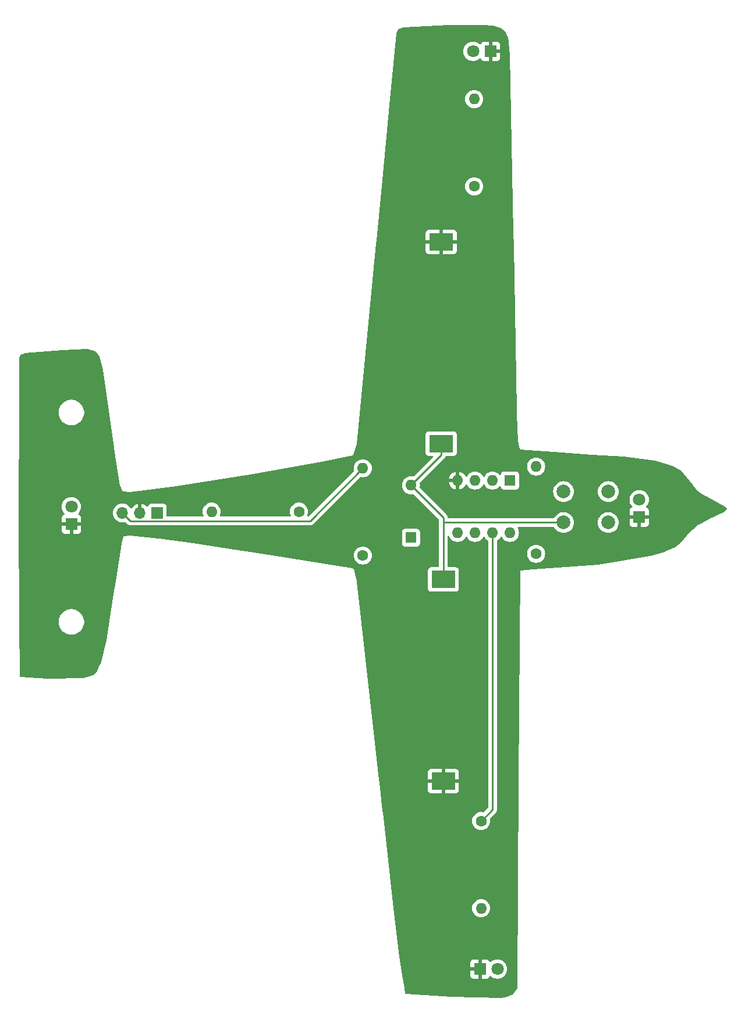
<source format=gbl>
G04 #@! TF.GenerationSoftware,KiCad,Pcbnew,8.0.0*
G04 #@! TF.CreationDate,2024-03-14T11:46:58-05:00*
G04 #@! TF.ProjectId,airplane-keychain,61697270-6c61-46e6-952d-6b6579636861,1*
G04 #@! TF.SameCoordinates,Original*
G04 #@! TF.FileFunction,Copper,L2,Bot*
G04 #@! TF.FilePolarity,Positive*
%FSLAX46Y46*%
G04 Gerber Fmt 4.6, Leading zero omitted, Abs format (unit mm)*
G04 Created by KiCad (PCBNEW 8.0.0) date 2024-03-14 11:46:58*
%MOMM*%
%LPD*%
G01*
G04 APERTURE LIST*
G04 #@! TA.AperFunction,ComponentPad*
%ADD10R,1.800000X1.800000*%
G04 #@! TD*
G04 #@! TA.AperFunction,ComponentPad*
%ADD11C,1.800000*%
G04 #@! TD*
G04 #@! TA.AperFunction,ComponentPad*
%ADD12C,1.600000*%
G04 #@! TD*
G04 #@! TA.AperFunction,ComponentPad*
%ADD13O,1.600000X1.600000*%
G04 #@! TD*
G04 #@! TA.AperFunction,ComponentPad*
%ADD14C,2.000000*%
G04 #@! TD*
G04 #@! TA.AperFunction,ComponentPad*
%ADD15R,1.600000X1.600000*%
G04 #@! TD*
G04 #@! TA.AperFunction,ComponentPad*
%ADD16R,1.700000X1.700000*%
G04 #@! TD*
G04 #@! TA.AperFunction,ComponentPad*
%ADD17O,1.700000X1.700000*%
G04 #@! TD*
G04 #@! TA.AperFunction,SMDPad,CuDef*
%ADD18R,3.510000X2.540000*%
G04 #@! TD*
G04 #@! TA.AperFunction,Conductor*
%ADD19C,0.250000*%
G04 #@! TD*
G04 APERTURE END LIST*
D10*
X88900000Y-97536000D03*
D11*
X88900000Y-94996000D03*
D12*
X131300000Y-102100000D03*
D13*
X131300000Y-89400000D03*
D12*
X122000000Y-95700000D03*
D13*
X109300000Y-95700000D03*
D12*
X148500000Y-140750000D03*
D13*
X148500000Y-153450000D03*
D12*
X147500000Y-48350000D03*
D13*
X147500000Y-35650000D03*
D12*
X156500000Y-101850000D03*
D13*
X156500000Y-89150000D03*
D14*
X160500000Y-92800000D03*
X167000000Y-92800000D03*
X160500000Y-97300000D03*
X167000000Y-97300000D03*
D15*
X138300000Y-99500000D03*
D13*
X138300000Y-91880000D03*
D10*
X148336000Y-162306000D03*
D11*
X150876000Y-162306000D03*
D10*
X149860000Y-28702000D03*
D11*
X147320000Y-28702000D03*
D10*
X171500000Y-96520000D03*
D11*
X171500000Y-93980000D03*
D16*
X101400000Y-95900000D03*
D17*
X98860000Y-95900000D03*
X96320000Y-95900000D03*
D15*
X152700000Y-91180000D03*
D13*
X150160000Y-91180000D03*
X147620000Y-91180000D03*
X145080000Y-91180000D03*
X145080000Y-98800000D03*
X147620000Y-98800000D03*
X150160000Y-98800000D03*
X152700000Y-98800000D03*
D18*
X142700000Y-85800000D03*
X142700000Y-56440000D03*
X143000000Y-105600000D03*
X143000000Y-134960000D03*
D19*
X143000000Y-105600000D02*
X143000000Y-97300000D01*
X142700000Y-85800000D02*
X142700000Y-87480000D01*
X143000000Y-96580000D02*
X138300000Y-91880000D01*
X142700000Y-87480000D02*
X138300000Y-91880000D01*
X143000000Y-97300000D02*
X143000000Y-96580000D01*
X160500000Y-97300000D02*
X143000000Y-97300000D01*
X97495000Y-97075000D02*
X96320000Y-95900000D01*
X123625000Y-97075000D02*
X97495000Y-97075000D01*
X131300000Y-89400000D02*
X123625000Y-97075000D01*
X150160000Y-98800000D02*
X150160000Y-139090000D01*
X150160000Y-139090000D02*
X148500000Y-140750000D01*
G04 #@! TA.AperFunction,Conductor*
G36*
X148734401Y-24850619D02*
G01*
X150277563Y-24983071D01*
X150301048Y-24987395D01*
X151322790Y-25279553D01*
X151364871Y-25300928D01*
X151984298Y-25783131D01*
X152019552Y-25826569D01*
X152379646Y-26564007D01*
X152391195Y-26602499D01*
X152724693Y-29179127D01*
X152725695Y-29192620D01*
X153231496Y-55062620D01*
X153268408Y-56950530D01*
X153671352Y-80918214D01*
X153679276Y-81389572D01*
X153678130Y-81396564D01*
X153679915Y-81431824D01*
X153680056Y-81436004D01*
X153680650Y-81471294D01*
X153682264Y-81478186D01*
X153882914Y-85437882D01*
X153881770Y-85462085D01*
X153881213Y-85465893D01*
X153882115Y-85469461D01*
X153885736Y-85493564D01*
X153885922Y-85497246D01*
X153887574Y-85500724D01*
X153895781Y-85523527D01*
X154160414Y-86570430D01*
X154162799Y-86597761D01*
X154167177Y-86611007D01*
X154175519Y-86622203D01*
X154187165Y-86631979D01*
X154191727Y-86634274D01*
X154191729Y-86634277D01*
X154191731Y-86634277D01*
X154199636Y-86638255D01*
X154208394Y-86639535D01*
X154208396Y-86639536D01*
X154208397Y-86639535D01*
X154213448Y-86640274D01*
X154240773Y-86637889D01*
X160219048Y-87078230D01*
X160219587Y-87078271D01*
X164515459Y-87422581D01*
X164521815Y-87424277D01*
X164539640Y-87425147D01*
X164539641Y-87425148D01*
X164557784Y-87426034D01*
X164561649Y-87426283D01*
X164597624Y-87429168D01*
X164604148Y-87428301D01*
X169238268Y-87654833D01*
X169248538Y-87655766D01*
X173748245Y-88254765D01*
X173766562Y-88258631D01*
X175778631Y-88845020D01*
X175797822Y-88852389D01*
X176459910Y-89171918D01*
X177555149Y-89700490D01*
X177598106Y-89734733D01*
X179244193Y-91793655D01*
X179337678Y-91910586D01*
X179351636Y-91928044D01*
X179358649Y-91940394D01*
X179375323Y-91958254D01*
X179381535Y-91965441D01*
X179396798Y-91984532D01*
X179407995Y-91993253D01*
X179724614Y-92332406D01*
X180127965Y-92764463D01*
X180139614Y-92778991D01*
X180147790Y-92790924D01*
X180170027Y-92809601D01*
X180170159Y-92809661D01*
X180170160Y-92809662D01*
X180170161Y-92809662D01*
X180183183Y-92815588D01*
X180199515Y-92824558D01*
X181147464Y-93442189D01*
X181157818Y-93451570D01*
X181166950Y-93456587D01*
X181166951Y-93456588D01*
X181179538Y-93463503D01*
X181187496Y-93468272D01*
X181199559Y-93476131D01*
X181199559Y-93476130D01*
X181208302Y-93481827D01*
X181221458Y-93486533D01*
X184122148Y-95080115D01*
X184171426Y-95129647D01*
X184180904Y-95152149D01*
X184230456Y-95312336D01*
X184231462Y-95382199D01*
X184203386Y-95432788D01*
X183963500Y-95694386D01*
X183925637Y-95722430D01*
X181567774Y-96850846D01*
X181558723Y-96853384D01*
X181530675Y-96868451D01*
X181525532Y-96871062D01*
X181496828Y-96884801D01*
X181489440Y-96890605D01*
X180202381Y-97582083D01*
X180178166Y-97591814D01*
X180173150Y-97595739D01*
X180155436Y-97607305D01*
X180149829Y-97610317D01*
X180131184Y-97628568D01*
X179233625Y-98330736D01*
X179212127Y-98343892D01*
X179206993Y-98349475D01*
X179192135Y-98363194D01*
X179186163Y-98367866D01*
X179171338Y-98388245D01*
X178470396Y-99150450D01*
X178458878Y-99159593D01*
X178444311Y-99178229D01*
X178437901Y-99185785D01*
X178428469Y-99196043D01*
X178421893Y-99203194D01*
X178414749Y-99216050D01*
X177692524Y-100140058D01*
X177671834Y-100160886D01*
X176751377Y-100890190D01*
X176724692Y-100906330D01*
X175314381Y-101532548D01*
X175297638Y-101538585D01*
X173094620Y-102158317D01*
X173081521Y-102161247D01*
X165593502Y-103415189D01*
X165581851Y-103416577D01*
X156093965Y-104093842D01*
X156089173Y-104093294D01*
X156050692Y-104096900D01*
X156047961Y-104097126D01*
X156009443Y-104099877D01*
X156004812Y-104101201D01*
X154251962Y-104265497D01*
X154239310Y-104266033D01*
X154226231Y-104265919D01*
X154222957Y-104267440D01*
X154214602Y-104277523D01*
X154206043Y-104286840D01*
X154196707Y-104296014D01*
X154195466Y-104299412D01*
X154196687Y-104312443D01*
X154197223Y-104325097D01*
X153931597Y-134693062D01*
X153931441Y-134693822D01*
X153931199Y-134738335D01*
X153931196Y-134738736D01*
X153930810Y-134783091D01*
X153930955Y-134783843D01*
X153768085Y-165000469D01*
X153748040Y-165067402D01*
X153746944Y-165069057D01*
X153165012Y-165933327D01*
X153116628Y-165975465D01*
X152297873Y-166375844D01*
X152258451Y-166387533D01*
X151445078Y-166486992D01*
X151427801Y-166487889D01*
X144259083Y-166359177D01*
X144253582Y-166358956D01*
X137586193Y-165942653D01*
X137520510Y-165918829D01*
X137478135Y-165863276D01*
X137471583Y-165839133D01*
X137345114Y-165074690D01*
X137043875Y-163253844D01*
X146936000Y-163253844D01*
X146942401Y-163313372D01*
X146942403Y-163313379D01*
X146992645Y-163448086D01*
X146992649Y-163448093D01*
X147078809Y-163563187D01*
X147078812Y-163563190D01*
X147193906Y-163649350D01*
X147193913Y-163649354D01*
X147328620Y-163699596D01*
X147328627Y-163699598D01*
X147388155Y-163705999D01*
X147388172Y-163706000D01*
X148086000Y-163706000D01*
X148086000Y-162681277D01*
X148162306Y-162725333D01*
X148276756Y-162756000D01*
X148395244Y-162756000D01*
X148509694Y-162725333D01*
X148586000Y-162681277D01*
X148586000Y-163706000D01*
X149283828Y-163706000D01*
X149283844Y-163705999D01*
X149343372Y-163699598D01*
X149343379Y-163699596D01*
X149478086Y-163649354D01*
X149478093Y-163649350D01*
X149593187Y-163563190D01*
X149593190Y-163563187D01*
X149679350Y-163448093D01*
X149679355Y-163448084D01*
X149704940Y-163379486D01*
X149746810Y-163323552D01*
X149812274Y-163299134D01*
X149880547Y-163313985D01*
X149912349Y-163338832D01*
X149918780Y-163345818D01*
X150102983Y-163489190D01*
X150102985Y-163489191D01*
X150102988Y-163489193D01*
X150222331Y-163553777D01*
X150308273Y-163600287D01*
X150422914Y-163639643D01*
X150529045Y-163676079D01*
X150529047Y-163676079D01*
X150529049Y-163676080D01*
X150759288Y-163714500D01*
X150759289Y-163714500D01*
X150992711Y-163714500D01*
X150992712Y-163714500D01*
X151222951Y-163676080D01*
X151443727Y-163600287D01*
X151649017Y-163489190D01*
X151833220Y-163345818D01*
X151991314Y-163174083D01*
X152118984Y-162978669D01*
X152212749Y-162764907D01*
X152270051Y-162538626D01*
X152289327Y-162306000D01*
X152270051Y-162073374D01*
X152212749Y-161847093D01*
X152118984Y-161633331D01*
X151991314Y-161437917D01*
X151991313Y-161437915D01*
X151833223Y-161266185D01*
X151833222Y-161266184D01*
X151833220Y-161266182D01*
X151649017Y-161122810D01*
X151649015Y-161122809D01*
X151649014Y-161122808D01*
X151649011Y-161122806D01*
X151443733Y-161011716D01*
X151443730Y-161011715D01*
X151443727Y-161011713D01*
X151443721Y-161011711D01*
X151443719Y-161011710D01*
X151222954Y-160935920D01*
X151043650Y-160906000D01*
X150992712Y-160897500D01*
X150759288Y-160897500D01*
X150713240Y-160905184D01*
X150529045Y-160935920D01*
X150308280Y-161011710D01*
X150308266Y-161011716D01*
X150102988Y-161122806D01*
X150102985Y-161122808D01*
X149918781Y-161266181D01*
X149918776Y-161266185D01*
X149912346Y-161273170D01*
X149852457Y-161309157D01*
X149782619Y-161307052D01*
X149725005Y-161267524D01*
X149704940Y-161232513D01*
X149679355Y-161163915D01*
X149679350Y-161163906D01*
X149593190Y-161048812D01*
X149593187Y-161048809D01*
X149478093Y-160962649D01*
X149478086Y-160962645D01*
X149343379Y-160912403D01*
X149343372Y-160912401D01*
X149283844Y-160906000D01*
X148586000Y-160906000D01*
X148586000Y-161930722D01*
X148509694Y-161886667D01*
X148395244Y-161856000D01*
X148276756Y-161856000D01*
X148162306Y-161886667D01*
X148086000Y-161930722D01*
X148086000Y-160906000D01*
X147388155Y-160906000D01*
X147328627Y-160912401D01*
X147328620Y-160912403D01*
X147193913Y-160962645D01*
X147193906Y-160962649D01*
X147078812Y-161048809D01*
X147078809Y-161048812D01*
X146992649Y-161163906D01*
X146992645Y-161163913D01*
X146942403Y-161298620D01*
X146942401Y-161298627D01*
X146936000Y-161358155D01*
X146936000Y-162056000D01*
X147960722Y-162056000D01*
X147916667Y-162132306D01*
X147886000Y-162246756D01*
X147886000Y-162365244D01*
X147916667Y-162479694D01*
X147960722Y-162556000D01*
X146936000Y-162556000D01*
X146936000Y-163253844D01*
X137043875Y-163253844D01*
X136588575Y-160501767D01*
X136587716Y-160495619D01*
X135782019Y-153450001D01*
X147186502Y-153450001D01*
X147206456Y-153678081D01*
X147206457Y-153678089D01*
X147265714Y-153899238D01*
X147265718Y-153899249D01*
X147362475Y-154106745D01*
X147362477Y-154106749D01*
X147493802Y-154294300D01*
X147655700Y-154456198D01*
X147843251Y-154587523D01*
X147968091Y-154645736D01*
X148050750Y-154684281D01*
X148050752Y-154684281D01*
X148050757Y-154684284D01*
X148271913Y-154743543D01*
X148434832Y-154757796D01*
X148499998Y-154763498D01*
X148500000Y-154763498D01*
X148500002Y-154763498D01*
X148557021Y-154758509D01*
X148728087Y-154743543D01*
X148949243Y-154684284D01*
X149156749Y-154587523D01*
X149344300Y-154456198D01*
X149506198Y-154294300D01*
X149637523Y-154106749D01*
X149734284Y-153899243D01*
X149793543Y-153678087D01*
X149813498Y-153450000D01*
X149793543Y-153221913D01*
X149734284Y-153000757D01*
X149637523Y-152793251D01*
X149506198Y-152605700D01*
X149344300Y-152443802D01*
X149156749Y-152312477D01*
X149156745Y-152312475D01*
X148949249Y-152215718D01*
X148949238Y-152215714D01*
X148728089Y-152156457D01*
X148728081Y-152156456D01*
X148500002Y-152136502D01*
X148499998Y-152136502D01*
X148271918Y-152156456D01*
X148271910Y-152156457D01*
X148050761Y-152215714D01*
X148050750Y-152215718D01*
X147843254Y-152312475D01*
X147843252Y-152312476D01*
X147843251Y-152312477D01*
X147655700Y-152443802D01*
X147655698Y-152443803D01*
X147655695Y-152443806D01*
X147493806Y-152605695D01*
X147362476Y-152793252D01*
X147362475Y-152793254D01*
X147265718Y-153000750D01*
X147265714Y-153000761D01*
X147206457Y-153221910D01*
X147206456Y-153221918D01*
X147186502Y-153449998D01*
X147186502Y-153450001D01*
X135782019Y-153450001D01*
X134192734Y-139552101D01*
X134192709Y-139551884D01*
X134161515Y-139274781D01*
X133703940Y-135210000D01*
X140745000Y-135210000D01*
X140745000Y-136277844D01*
X140751401Y-136337372D01*
X140751403Y-136337379D01*
X140801645Y-136472086D01*
X140801649Y-136472093D01*
X140887809Y-136587187D01*
X140887812Y-136587190D01*
X141002906Y-136673350D01*
X141002913Y-136673354D01*
X141137620Y-136723596D01*
X141137627Y-136723598D01*
X141197155Y-136729999D01*
X141197172Y-136730000D01*
X142750000Y-136730000D01*
X142750000Y-135210000D01*
X143250000Y-135210000D01*
X143250000Y-136730000D01*
X144802828Y-136730000D01*
X144802844Y-136729999D01*
X144862372Y-136723598D01*
X144862379Y-136723596D01*
X144997086Y-136673354D01*
X144997093Y-136673350D01*
X145112187Y-136587190D01*
X145112190Y-136587187D01*
X145198350Y-136472093D01*
X145198354Y-136472086D01*
X145248596Y-136337379D01*
X145248598Y-136337372D01*
X145254999Y-136277844D01*
X145255000Y-136277827D01*
X145255000Y-135210000D01*
X143250000Y-135210000D01*
X142750000Y-135210000D01*
X140745000Y-135210000D01*
X133703940Y-135210000D01*
X133647655Y-134710000D01*
X140745000Y-134710000D01*
X142750000Y-134710000D01*
X142750000Y-133190000D01*
X143250000Y-133190000D01*
X143250000Y-134710000D01*
X145255000Y-134710000D01*
X145255000Y-133642172D01*
X145254999Y-133642155D01*
X145248598Y-133582627D01*
X145248596Y-133582620D01*
X145198354Y-133447913D01*
X145198350Y-133447906D01*
X145112190Y-133332812D01*
X145112187Y-133332809D01*
X144997093Y-133246649D01*
X144997086Y-133246645D01*
X144862379Y-133196403D01*
X144862372Y-133196401D01*
X144802844Y-133190000D01*
X143250000Y-133190000D01*
X142750000Y-133190000D01*
X141197155Y-133190000D01*
X141137627Y-133196401D01*
X141137620Y-133196403D01*
X141002913Y-133246645D01*
X141002906Y-133246649D01*
X140887812Y-133332809D01*
X140887809Y-133332812D01*
X140801649Y-133447906D01*
X140801645Y-133447913D01*
X140751403Y-133582620D01*
X140751401Y-133582627D01*
X140745000Y-133642155D01*
X140745000Y-134710000D01*
X133647655Y-134710000D01*
X131091143Y-111999704D01*
X131091265Y-111998207D01*
X131088521Y-111975192D01*
X131088522Y-111975192D01*
X131086098Y-111954871D01*
X131086010Y-111954105D01*
X131081170Y-111911109D01*
X131080709Y-111909676D01*
X130291918Y-105294887D01*
X130292446Y-105278789D01*
X130290707Y-105270581D01*
X130290708Y-105270580D01*
X130287999Y-105257791D01*
X130286183Y-105246794D01*
X130284638Y-105233830D01*
X130284637Y-105233829D01*
X130283645Y-105225505D01*
X130277965Y-105210419D01*
X130100764Y-104373742D01*
X130099042Y-104345296D01*
X130098099Y-104342302D01*
X130098100Y-104342300D01*
X130098098Y-104342298D01*
X130095648Y-104334511D01*
X130089255Y-104325194D01*
X130067919Y-104306295D01*
X129784410Y-103968078D01*
X129779056Y-103961216D01*
X129770368Y-103949233D01*
X129770367Y-103949232D01*
X129770053Y-103948799D01*
X129767557Y-103947384D01*
X129752317Y-103946043D01*
X129743666Y-103944975D01*
X118171288Y-102100001D01*
X129986502Y-102100001D01*
X130006456Y-102328081D01*
X130006457Y-102328089D01*
X130065714Y-102549238D01*
X130065718Y-102549249D01*
X130162475Y-102756745D01*
X130162477Y-102756749D01*
X130293802Y-102944300D01*
X130455700Y-103106198D01*
X130643251Y-103237523D01*
X130768091Y-103295736D01*
X130850750Y-103334281D01*
X130850752Y-103334281D01*
X130850757Y-103334284D01*
X131071913Y-103393543D01*
X131234832Y-103407796D01*
X131299998Y-103413498D01*
X131300000Y-103413498D01*
X131300002Y-103413498D01*
X131357021Y-103408509D01*
X131528087Y-103393543D01*
X131749243Y-103334284D01*
X131956749Y-103237523D01*
X132144300Y-103106198D01*
X132306198Y-102944300D01*
X132437523Y-102756749D01*
X132534284Y-102549243D01*
X132593543Y-102328087D01*
X132613498Y-102100000D01*
X132593543Y-101871913D01*
X132534284Y-101650757D01*
X132528542Y-101638444D01*
X132481978Y-101538585D01*
X132437523Y-101443251D01*
X132306198Y-101255700D01*
X132144300Y-101093802D01*
X131956749Y-100962477D01*
X131956745Y-100962475D01*
X131749249Y-100865718D01*
X131749238Y-100865714D01*
X131528089Y-100806457D01*
X131528081Y-100806456D01*
X131300002Y-100786502D01*
X131299998Y-100786502D01*
X131071918Y-100806456D01*
X131071910Y-100806457D01*
X130850761Y-100865714D01*
X130850750Y-100865718D01*
X130643254Y-100962475D01*
X130643252Y-100962476D01*
X130616546Y-100981176D01*
X130455700Y-101093802D01*
X130455698Y-101093803D01*
X130455695Y-101093806D01*
X130293806Y-101255695D01*
X130162476Y-101443252D01*
X130162475Y-101443254D01*
X130065718Y-101650750D01*
X130065714Y-101650761D01*
X130006457Y-101871910D01*
X130006456Y-101871918D01*
X129986502Y-102099998D01*
X129986502Y-102100001D01*
X118171288Y-102100001D01*
X114362919Y-101492836D01*
X114360574Y-101491983D01*
X114319124Y-101485846D01*
X114317770Y-101485638D01*
X114276248Y-101479019D01*
X114273746Y-101479128D01*
X106637626Y-100348654D01*
X136991500Y-100348654D01*
X136998011Y-100409202D01*
X136998011Y-100409204D01*
X137045492Y-100536502D01*
X137049111Y-100546204D01*
X137136739Y-100663261D01*
X137253796Y-100750889D01*
X137390799Y-100801989D01*
X137418050Y-100804918D01*
X137451345Y-100808499D01*
X137451362Y-100808500D01*
X139148638Y-100808500D01*
X139148654Y-100808499D01*
X139175692Y-100805591D01*
X139209201Y-100801989D01*
X139346204Y-100750889D01*
X139463261Y-100663261D01*
X139550889Y-100546204D01*
X139601989Y-100409201D01*
X139607047Y-100362152D01*
X139608499Y-100348654D01*
X139608500Y-100348637D01*
X139608500Y-98651362D01*
X139608499Y-98651345D01*
X139605157Y-98620270D01*
X139601989Y-98590799D01*
X139584299Y-98543372D01*
X139562090Y-98483827D01*
X139550889Y-98453796D01*
X139463261Y-98336739D01*
X139346204Y-98249111D01*
X139209203Y-98198011D01*
X139148654Y-98191500D01*
X139148638Y-98191500D01*
X137451362Y-98191500D01*
X137451345Y-98191500D01*
X137390797Y-98198011D01*
X137390795Y-98198011D01*
X137253795Y-98249111D01*
X137136739Y-98336739D01*
X137049111Y-98453795D01*
X136998011Y-98590795D01*
X136998011Y-98590797D01*
X136991500Y-98651345D01*
X136991500Y-100348654D01*
X106637626Y-100348654D01*
X101606256Y-99603795D01*
X101598067Y-99601060D01*
X101565227Y-99597609D01*
X101560029Y-99596951D01*
X101527417Y-99592123D01*
X101518802Y-99592731D01*
X97488302Y-99169252D01*
X97474854Y-99164283D01*
X97474369Y-99166548D01*
X97447857Y-99160869D01*
X97425621Y-99161725D01*
X97399628Y-99169424D01*
X97398971Y-99167208D01*
X97385947Y-99173191D01*
X96545831Y-99327500D01*
X96531344Y-99326970D01*
X96501572Y-99331102D01*
X96493822Y-99333985D01*
X96479115Y-99343502D01*
X96468548Y-99357476D01*
X96465102Y-99365005D01*
X96458808Y-99394381D01*
X96458277Y-99408872D01*
X96219145Y-100326993D01*
X96212329Y-100343064D01*
X96209349Y-100362152D01*
X96206832Y-100374268D01*
X96201961Y-100392972D01*
X96201813Y-100410430D01*
X95443571Y-105268812D01*
X94975071Y-108270696D01*
X94974382Y-108275109D01*
X94974318Y-108275516D01*
X93987601Y-114462901D01*
X93985495Y-114473249D01*
X93128634Y-117924917D01*
X93119466Y-117949952D01*
X92658274Y-118883741D01*
X92637347Y-118913863D01*
X92120978Y-119461922D01*
X92068090Y-119495126D01*
X90598822Y-119959433D01*
X90562367Y-119965193D01*
X85505125Y-120002262D01*
X85497596Y-120002088D01*
X81488745Y-119787747D01*
X81422852Y-119764511D01*
X81379981Y-119709340D01*
X81371367Y-119664702D01*
X81370782Y-119571450D01*
X81322527Y-111881288D01*
X87049500Y-111881288D01*
X87081161Y-112121785D01*
X87143947Y-112356104D01*
X87236773Y-112580205D01*
X87236776Y-112580212D01*
X87358064Y-112790289D01*
X87358066Y-112790292D01*
X87358067Y-112790293D01*
X87505733Y-112982736D01*
X87505739Y-112982743D01*
X87677256Y-113154260D01*
X87677262Y-113154265D01*
X87869711Y-113301936D01*
X88079788Y-113423224D01*
X88303900Y-113516054D01*
X88538211Y-113578838D01*
X88718586Y-113602584D01*
X88778711Y-113610500D01*
X88778712Y-113610500D01*
X89021289Y-113610500D01*
X89069388Y-113604167D01*
X89261789Y-113578838D01*
X89496100Y-113516054D01*
X89720212Y-113423224D01*
X89930289Y-113301936D01*
X90122738Y-113154265D01*
X90294265Y-112982738D01*
X90441936Y-112790289D01*
X90563224Y-112580212D01*
X90656054Y-112356100D01*
X90718838Y-112121789D01*
X90750500Y-111881288D01*
X90750500Y-111638712D01*
X90718838Y-111398211D01*
X90656054Y-111163900D01*
X90563224Y-110939788D01*
X90441936Y-110729711D01*
X90294265Y-110537262D01*
X90294260Y-110537256D01*
X90122743Y-110365739D01*
X90122736Y-110365733D01*
X89930293Y-110218067D01*
X89930292Y-110218066D01*
X89930289Y-110218064D01*
X89720212Y-110096776D01*
X89720205Y-110096773D01*
X89496104Y-110003947D01*
X89261785Y-109941161D01*
X89021289Y-109909500D01*
X89021288Y-109909500D01*
X88778712Y-109909500D01*
X88778711Y-109909500D01*
X88538214Y-109941161D01*
X88303895Y-110003947D01*
X88079794Y-110096773D01*
X88079785Y-110096777D01*
X87869706Y-110218067D01*
X87677263Y-110365733D01*
X87677256Y-110365739D01*
X87505739Y-110537256D01*
X87505733Y-110537263D01*
X87358067Y-110729706D01*
X87236777Y-110939785D01*
X87236773Y-110939794D01*
X87143947Y-111163895D01*
X87081161Y-111398214D01*
X87049500Y-111638711D01*
X87049500Y-111881288D01*
X81322527Y-111881288D01*
X81223003Y-96020482D01*
X81223003Y-96019164D01*
X81223333Y-95951760D01*
X81228002Y-94996005D01*
X87486673Y-94996005D01*
X87505948Y-95228622D01*
X87563251Y-95454907D01*
X87657015Y-95668668D01*
X87784683Y-95864080D01*
X87878073Y-95965528D01*
X87908995Y-96028183D01*
X87901135Y-96097609D01*
X87856988Y-96151764D01*
X87830177Y-96165693D01*
X87757911Y-96192646D01*
X87757906Y-96192649D01*
X87642812Y-96278809D01*
X87642809Y-96278812D01*
X87556649Y-96393906D01*
X87556645Y-96393913D01*
X87506403Y-96528620D01*
X87506401Y-96528627D01*
X87500000Y-96588155D01*
X87500000Y-97286000D01*
X88524722Y-97286000D01*
X88480667Y-97362306D01*
X88450000Y-97476756D01*
X88450000Y-97595244D01*
X88480667Y-97709694D01*
X88524722Y-97786000D01*
X87500000Y-97786000D01*
X87500000Y-98483844D01*
X87506401Y-98543372D01*
X87506403Y-98543379D01*
X87556645Y-98678086D01*
X87556649Y-98678093D01*
X87642809Y-98793187D01*
X87642812Y-98793190D01*
X87757906Y-98879350D01*
X87757913Y-98879354D01*
X87892620Y-98929596D01*
X87892627Y-98929598D01*
X87952155Y-98935999D01*
X87952172Y-98936000D01*
X88650000Y-98936000D01*
X88650000Y-97911277D01*
X88726306Y-97955333D01*
X88840756Y-97986000D01*
X88959244Y-97986000D01*
X89073694Y-97955333D01*
X89150000Y-97911277D01*
X89150000Y-98936000D01*
X89847828Y-98936000D01*
X89847844Y-98935999D01*
X89907372Y-98929598D01*
X89907379Y-98929596D01*
X90042086Y-98879354D01*
X90042093Y-98879350D01*
X90157187Y-98793190D01*
X90157190Y-98793187D01*
X90243350Y-98678093D01*
X90243354Y-98678086D01*
X90293596Y-98543379D01*
X90293598Y-98543372D01*
X90299999Y-98483844D01*
X90300000Y-98483827D01*
X90300000Y-97786000D01*
X89275278Y-97786000D01*
X89319333Y-97709694D01*
X89350000Y-97595244D01*
X89350000Y-97476756D01*
X89319333Y-97362306D01*
X89275278Y-97286000D01*
X90300000Y-97286000D01*
X90300000Y-96588172D01*
X90299999Y-96588155D01*
X90293598Y-96528627D01*
X90293596Y-96528620D01*
X90243354Y-96393913D01*
X90243350Y-96393906D01*
X90157190Y-96278812D01*
X90157187Y-96278809D01*
X90042093Y-96192649D01*
X90042086Y-96192645D01*
X89969823Y-96165693D01*
X89913889Y-96123822D01*
X89889472Y-96058357D01*
X89904324Y-95990084D01*
X89921927Y-95965528D01*
X89982245Y-95900005D01*
X94956844Y-95900005D01*
X94975434Y-96124359D01*
X94975436Y-96124371D01*
X95030703Y-96342614D01*
X95121140Y-96548792D01*
X95244276Y-96737265D01*
X95244284Y-96737276D01*
X95366299Y-96869817D01*
X95396760Y-96902906D01*
X95574424Y-97041189D01*
X95574425Y-97041189D01*
X95574427Y-97041191D01*
X95701135Y-97109761D01*
X95772426Y-97148342D01*
X95985365Y-97221444D01*
X96207431Y-97258500D01*
X96432569Y-97258500D01*
X96654630Y-97221445D01*
X96654631Y-97221444D01*
X96654635Y-97221444D01*
X96654637Y-97221442D01*
X96658849Y-97220376D01*
X96728669Y-97222988D01*
X96776991Y-97252895D01*
X97002929Y-97478833D01*
X97051468Y-97527372D01*
X97091168Y-97567072D01*
X97194918Y-97636396D01*
X97194924Y-97636399D01*
X97194925Y-97636400D01*
X97310215Y-97684155D01*
X97432601Y-97708499D01*
X97432605Y-97708500D01*
X97432606Y-97708500D01*
X123687395Y-97708500D01*
X123687396Y-97708499D01*
X123809785Y-97684155D01*
X123925075Y-97636400D01*
X124028833Y-97567071D01*
X129715901Y-91880001D01*
X136986502Y-91880001D01*
X137006456Y-92108081D01*
X137006457Y-92108089D01*
X137065714Y-92329238D01*
X137065718Y-92329249D01*
X137136942Y-92481989D01*
X137162477Y-92536749D01*
X137293802Y-92724300D01*
X137455700Y-92886198D01*
X137643251Y-93017523D01*
X137684407Y-93036714D01*
X137850750Y-93114281D01*
X137850752Y-93114281D01*
X137850757Y-93114284D01*
X138071913Y-93173543D01*
X138234832Y-93187796D01*
X138299998Y-93193498D01*
X138300000Y-93193498D01*
X138300002Y-93193498D01*
X138359013Y-93188335D01*
X138528087Y-93173543D01*
X138592657Y-93156241D01*
X138662506Y-93157904D01*
X138712431Y-93188335D01*
X142330181Y-96806085D01*
X142363666Y-96867408D01*
X142366500Y-96893766D01*
X142366500Y-103697500D01*
X142346815Y-103764539D01*
X142294011Y-103810294D01*
X142242500Y-103821500D01*
X141196345Y-103821500D01*
X141135797Y-103828011D01*
X141135795Y-103828011D01*
X140998795Y-103879111D01*
X140881739Y-103966739D01*
X140794111Y-104083795D01*
X140743011Y-104220795D01*
X140743011Y-104220797D01*
X140736500Y-104281345D01*
X140736500Y-106918654D01*
X140743011Y-106979202D01*
X140743011Y-106979204D01*
X140794111Y-107116204D01*
X140881739Y-107233261D01*
X140998796Y-107320889D01*
X141135799Y-107371989D01*
X141163050Y-107374918D01*
X141196345Y-107378499D01*
X141196362Y-107378500D01*
X144803638Y-107378500D01*
X144803654Y-107378499D01*
X144830692Y-107375591D01*
X144864201Y-107371989D01*
X145001204Y-107320889D01*
X145118261Y-107233261D01*
X145205889Y-107116204D01*
X145256989Y-106979201D01*
X145260591Y-106945692D01*
X145263499Y-106918654D01*
X145263500Y-106918637D01*
X145263500Y-104281362D01*
X145263499Y-104281345D01*
X145260157Y-104250270D01*
X145256989Y-104220799D01*
X145248370Y-104197692D01*
X145234522Y-104160564D01*
X145205889Y-104083796D01*
X145118261Y-103966739D01*
X145001204Y-103879111D01*
X144864203Y-103828011D01*
X144803654Y-103821500D01*
X144803638Y-103821500D01*
X143757500Y-103821500D01*
X143690461Y-103801815D01*
X143644706Y-103749011D01*
X143633500Y-103697500D01*
X143633500Y-99353472D01*
X143653185Y-99286433D01*
X143705989Y-99240678D01*
X143775147Y-99230734D01*
X143838703Y-99259759D01*
X143869882Y-99301068D01*
X143920152Y-99408872D01*
X143942477Y-99456749D01*
X144073802Y-99644300D01*
X144235700Y-99806198D01*
X144423251Y-99937523D01*
X144548091Y-99995736D01*
X144630750Y-100034281D01*
X144630752Y-100034281D01*
X144630757Y-100034284D01*
X144851913Y-100093543D01*
X145014832Y-100107796D01*
X145079998Y-100113498D01*
X145080000Y-100113498D01*
X145080002Y-100113498D01*
X145137021Y-100108509D01*
X145308087Y-100093543D01*
X145529243Y-100034284D01*
X145736749Y-99937523D01*
X145924300Y-99806198D01*
X146086198Y-99644300D01*
X146217523Y-99456749D01*
X146237618Y-99413655D01*
X146283790Y-99361215D01*
X146350983Y-99342063D01*
X146417864Y-99362278D01*
X146462382Y-99413655D01*
X146482477Y-99456749D01*
X146613802Y-99644300D01*
X146775700Y-99806198D01*
X146963251Y-99937523D01*
X147088091Y-99995736D01*
X147170750Y-100034281D01*
X147170752Y-100034281D01*
X147170757Y-100034284D01*
X147391913Y-100093543D01*
X147554832Y-100107796D01*
X147619998Y-100113498D01*
X147620000Y-100113498D01*
X147620002Y-100113498D01*
X147677021Y-100108509D01*
X147848087Y-100093543D01*
X148069243Y-100034284D01*
X148276749Y-99937523D01*
X148464300Y-99806198D01*
X148626198Y-99644300D01*
X148757523Y-99456749D01*
X148777618Y-99413655D01*
X148823790Y-99361215D01*
X148890983Y-99342063D01*
X148957864Y-99362278D01*
X149002382Y-99413655D01*
X149022477Y-99456749D01*
X149153802Y-99644300D01*
X149315700Y-99806198D01*
X149473625Y-99916779D01*
X149517249Y-99971354D01*
X149526500Y-100018352D01*
X149526500Y-138776232D01*
X149506815Y-138843271D01*
X149490181Y-138863913D01*
X148912429Y-139441664D01*
X148851106Y-139475149D01*
X148792655Y-139473758D01*
X148728087Y-139456457D01*
X148728085Y-139456456D01*
X148728081Y-139456456D01*
X148500002Y-139436502D01*
X148499998Y-139436502D01*
X148271918Y-139456456D01*
X148271910Y-139456457D01*
X148050761Y-139515714D01*
X148050750Y-139515718D01*
X147843254Y-139612475D01*
X147843252Y-139612476D01*
X147843251Y-139612477D01*
X147655700Y-139743802D01*
X147655698Y-139743803D01*
X147655695Y-139743806D01*
X147493806Y-139905695D01*
X147362476Y-140093252D01*
X147362475Y-140093254D01*
X147265718Y-140300750D01*
X147265714Y-140300761D01*
X147206457Y-140521910D01*
X147206456Y-140521918D01*
X147186502Y-140749998D01*
X147186502Y-140750001D01*
X147206456Y-140978081D01*
X147206457Y-140978089D01*
X147265714Y-141199238D01*
X147265718Y-141199249D01*
X147362475Y-141406745D01*
X147362477Y-141406749D01*
X147493802Y-141594300D01*
X147655700Y-141756198D01*
X147843251Y-141887523D01*
X147968091Y-141945736D01*
X148050750Y-141984281D01*
X148050752Y-141984281D01*
X148050757Y-141984284D01*
X148271913Y-142043543D01*
X148434832Y-142057796D01*
X148499998Y-142063498D01*
X148500000Y-142063498D01*
X148500002Y-142063498D01*
X148557021Y-142058509D01*
X148728087Y-142043543D01*
X148949243Y-141984284D01*
X149156749Y-141887523D01*
X149344300Y-141756198D01*
X149506198Y-141594300D01*
X149637523Y-141406749D01*
X149734284Y-141199243D01*
X149793543Y-140978087D01*
X149813498Y-140750000D01*
X149793543Y-140521913D01*
X149776241Y-140457342D01*
X149777904Y-140387493D01*
X149808333Y-140337570D01*
X150652072Y-139493833D01*
X150721401Y-139390075D01*
X150769155Y-139274784D01*
X150793500Y-139152393D01*
X150793500Y-139027606D01*
X150793500Y-101850001D01*
X155186502Y-101850001D01*
X155206456Y-102078081D01*
X155206457Y-102078089D01*
X155265714Y-102299238D01*
X155265718Y-102299249D01*
X155362475Y-102506745D01*
X155362477Y-102506749D01*
X155493802Y-102694300D01*
X155655700Y-102856198D01*
X155843251Y-102987523D01*
X155968091Y-103045736D01*
X156050750Y-103084281D01*
X156050752Y-103084281D01*
X156050757Y-103084284D01*
X156271913Y-103143543D01*
X156434832Y-103157796D01*
X156499998Y-103163498D01*
X156500000Y-103163498D01*
X156500002Y-103163498D01*
X156557021Y-103158509D01*
X156728087Y-103143543D01*
X156949243Y-103084284D01*
X157156749Y-102987523D01*
X157344300Y-102856198D01*
X157506198Y-102694300D01*
X157637523Y-102506749D01*
X157734284Y-102299243D01*
X157793543Y-102078087D01*
X157813498Y-101850000D01*
X157793543Y-101621913D01*
X157734284Y-101400757D01*
X157637523Y-101193251D01*
X157506198Y-101005700D01*
X157344300Y-100843802D01*
X157156749Y-100712477D01*
X157156745Y-100712475D01*
X156949249Y-100615718D01*
X156949238Y-100615714D01*
X156728089Y-100556457D01*
X156728081Y-100556456D01*
X156500002Y-100536502D01*
X156499998Y-100536502D01*
X156271918Y-100556456D01*
X156271910Y-100556457D01*
X156050761Y-100615714D01*
X156050750Y-100615718D01*
X155843254Y-100712475D01*
X155843252Y-100712476D01*
X155788393Y-100750889D01*
X155655700Y-100843802D01*
X155655698Y-100843803D01*
X155655695Y-100843806D01*
X155493806Y-101005695D01*
X155362476Y-101193252D01*
X155362475Y-101193254D01*
X155265718Y-101400750D01*
X155265714Y-101400761D01*
X155206457Y-101621910D01*
X155206456Y-101621918D01*
X155186502Y-101849998D01*
X155186502Y-101850001D01*
X150793500Y-101850001D01*
X150793500Y-100018352D01*
X150813185Y-99951313D01*
X150846373Y-99916779D01*
X151004300Y-99806198D01*
X151166198Y-99644300D01*
X151297523Y-99456749D01*
X151317618Y-99413655D01*
X151363790Y-99361215D01*
X151430983Y-99342063D01*
X151497864Y-99362278D01*
X151542382Y-99413655D01*
X151562477Y-99456749D01*
X151693802Y-99644300D01*
X151855700Y-99806198D01*
X152043251Y-99937523D01*
X152168091Y-99995736D01*
X152250750Y-100034281D01*
X152250752Y-100034281D01*
X152250757Y-100034284D01*
X152471913Y-100093543D01*
X152634832Y-100107796D01*
X152699998Y-100113498D01*
X152700000Y-100113498D01*
X152700002Y-100113498D01*
X152757021Y-100108509D01*
X152928087Y-100093543D01*
X153149243Y-100034284D01*
X153356749Y-99937523D01*
X153544300Y-99806198D01*
X153706198Y-99644300D01*
X153837523Y-99456749D01*
X153934284Y-99249243D01*
X153993543Y-99028087D01*
X154013498Y-98800000D01*
X153993543Y-98571913D01*
X153934284Y-98350757D01*
X153931316Y-98344393D01*
X153863058Y-98198011D01*
X153837523Y-98143251D01*
X153827280Y-98128622D01*
X153804953Y-98062416D01*
X153821965Y-97994649D01*
X153872913Y-97946836D01*
X153928856Y-97933500D01*
X159049554Y-97933500D01*
X159116593Y-97953185D01*
X159155281Y-97992710D01*
X159275820Y-98189410D01*
X159275821Y-98189413D01*
X159326808Y-98249111D01*
X159430031Y-98369969D01*
X159528179Y-98453795D01*
X159610586Y-98524178D01*
X159610588Y-98524178D01*
X159719296Y-98590795D01*
X159813037Y-98648240D01*
X159813040Y-98648242D01*
X160032403Y-98739104D01*
X160032404Y-98739104D01*
X160032406Y-98739105D01*
X160263289Y-98794535D01*
X160500000Y-98813165D01*
X160736711Y-98794535D01*
X160967594Y-98739105D01*
X160967596Y-98739104D01*
X160967597Y-98739104D01*
X161186959Y-98648242D01*
X161186960Y-98648241D01*
X161186963Y-98648240D01*
X161389416Y-98524176D01*
X161569969Y-98369969D01*
X161724176Y-98189416D01*
X161848240Y-97986963D01*
X161861190Y-97955700D01*
X161939104Y-97767597D01*
X161939104Y-97767596D01*
X161939105Y-97767594D01*
X161994535Y-97536711D01*
X162013165Y-97300000D01*
X165486835Y-97300000D01*
X165505465Y-97536714D01*
X165560895Y-97767595D01*
X165560895Y-97767597D01*
X165651757Y-97986959D01*
X165651759Y-97986962D01*
X165775820Y-98189410D01*
X165775821Y-98189413D01*
X165826808Y-98249111D01*
X165930031Y-98369969D01*
X166028179Y-98453795D01*
X166110586Y-98524178D01*
X166110588Y-98524178D01*
X166219296Y-98590795D01*
X166313037Y-98648240D01*
X166313040Y-98648242D01*
X166532403Y-98739104D01*
X166532404Y-98739104D01*
X166532406Y-98739105D01*
X166763289Y-98794535D01*
X167000000Y-98813165D01*
X167236711Y-98794535D01*
X167467594Y-98739105D01*
X167467596Y-98739104D01*
X167467597Y-98739104D01*
X167686959Y-98648242D01*
X167686960Y-98648241D01*
X167686963Y-98648240D01*
X167889416Y-98524176D01*
X168069969Y-98369969D01*
X168224176Y-98189416D01*
X168348240Y-97986963D01*
X168361190Y-97955700D01*
X168439104Y-97767597D01*
X168439104Y-97767596D01*
X168439105Y-97767594D01*
X168494535Y-97536711D01*
X168513165Y-97300000D01*
X168494535Y-97063289D01*
X168439105Y-96832406D01*
X168439104Y-96832403D01*
X168439104Y-96832402D01*
X168348242Y-96613040D01*
X168348240Y-96613037D01*
X168296509Y-96528620D01*
X168224178Y-96410588D01*
X168224178Y-96410586D01*
X168186034Y-96365925D01*
X168069969Y-96230031D01*
X167945614Y-96123822D01*
X167889413Y-96075821D01*
X167889410Y-96075820D01*
X167686962Y-95951759D01*
X167686959Y-95951757D01*
X167467596Y-95860895D01*
X167236714Y-95805465D01*
X167000000Y-95786835D01*
X166763285Y-95805465D01*
X166532404Y-95860895D01*
X166532402Y-95860895D01*
X166313040Y-95951757D01*
X166313037Y-95951759D01*
X166110589Y-96075820D01*
X166110586Y-96075821D01*
X165930031Y-96230031D01*
X165775821Y-96410586D01*
X165775820Y-96410589D01*
X165651759Y-96613037D01*
X165651757Y-96613040D01*
X165560895Y-96832402D01*
X165560895Y-96832404D01*
X165505465Y-97063285D01*
X165486835Y-97300000D01*
X162013165Y-97300000D01*
X161994535Y-97063289D01*
X161939105Y-96832406D01*
X161939104Y-96832403D01*
X161939104Y-96832402D01*
X161848242Y-96613040D01*
X161848240Y-96613037D01*
X161796509Y-96528620D01*
X161724178Y-96410588D01*
X161724178Y-96410586D01*
X161686034Y-96365925D01*
X161569969Y-96230031D01*
X161445614Y-96123822D01*
X161389413Y-96075821D01*
X161389410Y-96075820D01*
X161186962Y-95951759D01*
X161186959Y-95951757D01*
X160967596Y-95860895D01*
X160736714Y-95805465D01*
X160500000Y-95786835D01*
X160263285Y-95805465D01*
X160032404Y-95860895D01*
X160032402Y-95860895D01*
X159813040Y-95951757D01*
X159813037Y-95951759D01*
X159610589Y-96075820D01*
X159610586Y-96075821D01*
X159430031Y-96230031D01*
X159275821Y-96410586D01*
X159275820Y-96410589D01*
X159155281Y-96607290D01*
X159103469Y-96654165D01*
X159049554Y-96666500D01*
X143757500Y-96666500D01*
X143690461Y-96646815D01*
X143644706Y-96594011D01*
X143633500Y-96542500D01*
X143633500Y-96517605D01*
X143633499Y-96517601D01*
X143609157Y-96395222D01*
X143609154Y-96395213D01*
X143587368Y-96342616D01*
X143576965Y-96317500D01*
X143561401Y-96279925D01*
X143561399Y-96279923D01*
X143561399Y-96279921D01*
X143492072Y-96176167D01*
X143492069Y-96176163D01*
X140115904Y-92800000D01*
X158986835Y-92800000D01*
X159005465Y-93036714D01*
X159060895Y-93267595D01*
X159060895Y-93267597D01*
X159151757Y-93486959D01*
X159151759Y-93486962D01*
X159275820Y-93689410D01*
X159275821Y-93689413D01*
X159286329Y-93701716D01*
X159430031Y-93869969D01*
X159569797Y-93989340D01*
X159610586Y-94024178D01*
X159610589Y-94024179D01*
X159813037Y-94148240D01*
X159813040Y-94148242D01*
X160032403Y-94239104D01*
X160032404Y-94239104D01*
X160032406Y-94239105D01*
X160263289Y-94294535D01*
X160500000Y-94313165D01*
X160736711Y-94294535D01*
X160967594Y-94239105D01*
X160967596Y-94239104D01*
X160967597Y-94239104D01*
X161186959Y-94148242D01*
X161186960Y-94148241D01*
X161186963Y-94148240D01*
X161389416Y-94024176D01*
X161569969Y-93869969D01*
X161724176Y-93689416D01*
X161848240Y-93486963D01*
X161850368Y-93481827D01*
X161939104Y-93267597D01*
X161939104Y-93267596D01*
X161939105Y-93267594D01*
X161994535Y-93036711D01*
X162013165Y-92800000D01*
X165486835Y-92800000D01*
X165505465Y-93036714D01*
X165560895Y-93267595D01*
X165560895Y-93267597D01*
X165651757Y-93486959D01*
X165651759Y-93486962D01*
X165775820Y-93689410D01*
X165775821Y-93689413D01*
X165786329Y-93701716D01*
X165930031Y-93869969D01*
X166069797Y-93989340D01*
X166110586Y-94024178D01*
X166110589Y-94024179D01*
X166313037Y-94148240D01*
X166313040Y-94148242D01*
X166532403Y-94239104D01*
X166532404Y-94239104D01*
X166532406Y-94239105D01*
X166763289Y-94294535D01*
X167000000Y-94313165D01*
X167236711Y-94294535D01*
X167467594Y-94239105D01*
X167467596Y-94239104D01*
X167467597Y-94239104D01*
X167686959Y-94148242D01*
X167686960Y-94148241D01*
X167686963Y-94148240D01*
X167889416Y-94024176D01*
X167941134Y-93980005D01*
X170086673Y-93980005D01*
X170105948Y-94212622D01*
X170163251Y-94438907D01*
X170257015Y-94652668D01*
X170384683Y-94848080D01*
X170478073Y-94949528D01*
X170508995Y-95012183D01*
X170501135Y-95081609D01*
X170456988Y-95135764D01*
X170430177Y-95149693D01*
X170357911Y-95176646D01*
X170357906Y-95176649D01*
X170242812Y-95262809D01*
X170242809Y-95262812D01*
X170156649Y-95377906D01*
X170156645Y-95377913D01*
X170106403Y-95512620D01*
X170106401Y-95512627D01*
X170100000Y-95572155D01*
X170100000Y-96270000D01*
X171124722Y-96270000D01*
X171080667Y-96346306D01*
X171050000Y-96460756D01*
X171050000Y-96579244D01*
X171080667Y-96693694D01*
X171124722Y-96770000D01*
X170100000Y-96770000D01*
X170100000Y-97467844D01*
X170106401Y-97527372D01*
X170106403Y-97527379D01*
X170156645Y-97662086D01*
X170156649Y-97662093D01*
X170242809Y-97777187D01*
X170242812Y-97777190D01*
X170357906Y-97863350D01*
X170357913Y-97863354D01*
X170492620Y-97913596D01*
X170492627Y-97913598D01*
X170552155Y-97919999D01*
X170552172Y-97920000D01*
X171250000Y-97920000D01*
X171250000Y-96895277D01*
X171326306Y-96939333D01*
X171440756Y-96970000D01*
X171559244Y-96970000D01*
X171673694Y-96939333D01*
X171750000Y-96895277D01*
X171750000Y-97920000D01*
X172447828Y-97920000D01*
X172447844Y-97919999D01*
X172507372Y-97913598D01*
X172507379Y-97913596D01*
X172642086Y-97863354D01*
X172642093Y-97863350D01*
X172757187Y-97777190D01*
X172757190Y-97777187D01*
X172843350Y-97662093D01*
X172843354Y-97662086D01*
X172893596Y-97527379D01*
X172893598Y-97527372D01*
X172899999Y-97467844D01*
X172900000Y-97467827D01*
X172900000Y-96770000D01*
X171875278Y-96770000D01*
X171919333Y-96693694D01*
X171950000Y-96579244D01*
X171950000Y-96460756D01*
X171919333Y-96346306D01*
X171875278Y-96270000D01*
X172900000Y-96270000D01*
X172900000Y-95572172D01*
X172899999Y-95572155D01*
X172893598Y-95512627D01*
X172893596Y-95512620D01*
X172843354Y-95377913D01*
X172843350Y-95377906D01*
X172757190Y-95262812D01*
X172757187Y-95262809D01*
X172642093Y-95176649D01*
X172642086Y-95176645D01*
X172569823Y-95149693D01*
X172513889Y-95107822D01*
X172489472Y-95042357D01*
X172504324Y-94974084D01*
X172521927Y-94949528D01*
X172615313Y-94848084D01*
X172644248Y-94803796D01*
X172742984Y-94652669D01*
X172836749Y-94438907D01*
X172894051Y-94212626D01*
X172909666Y-94024179D01*
X172913327Y-93980005D01*
X172913327Y-93979994D01*
X172894051Y-93747377D01*
X172894051Y-93747374D01*
X172836749Y-93521093D01*
X172742984Y-93307331D01*
X172717023Y-93267594D01*
X172615313Y-93111915D01*
X172457223Y-92940185D01*
X172457222Y-92940184D01*
X172457220Y-92940182D01*
X172273017Y-92796810D01*
X172273015Y-92796809D01*
X172273014Y-92796808D01*
X172273011Y-92796806D01*
X172067733Y-92685716D01*
X172067730Y-92685715D01*
X172067727Y-92685713D01*
X172067721Y-92685711D01*
X172067719Y-92685710D01*
X171846954Y-92609920D01*
X171674271Y-92581105D01*
X171616712Y-92571500D01*
X171383288Y-92571500D01*
X171337240Y-92579184D01*
X171153045Y-92609920D01*
X170932280Y-92685710D01*
X170932266Y-92685716D01*
X170726988Y-92796806D01*
X170726985Y-92796808D01*
X170542781Y-92940181D01*
X170542776Y-92940185D01*
X170384686Y-93111915D01*
X170257015Y-93307331D01*
X170163251Y-93521092D01*
X170105948Y-93747377D01*
X170086673Y-93979994D01*
X170086673Y-93980005D01*
X167941134Y-93980005D01*
X168069969Y-93869969D01*
X168224176Y-93689416D01*
X168348240Y-93486963D01*
X168350368Y-93481827D01*
X168439104Y-93267597D01*
X168439104Y-93267596D01*
X168439105Y-93267594D01*
X168494535Y-93036711D01*
X168513165Y-92800000D01*
X168494535Y-92563289D01*
X168439105Y-92332406D01*
X168439104Y-92332403D01*
X168439104Y-92332402D01*
X168348242Y-92113040D01*
X168348240Y-92113037D01*
X168242444Y-91940394D01*
X168224178Y-91910588D01*
X168224178Y-91910586D01*
X168157471Y-91832483D01*
X168069969Y-91730031D01*
X167902901Y-91587341D01*
X167889413Y-91575821D01*
X167889410Y-91575820D01*
X167686962Y-91451759D01*
X167686959Y-91451757D01*
X167467596Y-91360895D01*
X167236714Y-91305465D01*
X167000000Y-91286835D01*
X166763285Y-91305465D01*
X166532404Y-91360895D01*
X166532402Y-91360895D01*
X166313040Y-91451757D01*
X166313037Y-91451759D01*
X166110589Y-91575820D01*
X166110586Y-91575821D01*
X165930031Y-91730031D01*
X165775821Y-91910586D01*
X165775820Y-91910589D01*
X165651759Y-92113037D01*
X165651757Y-92113040D01*
X165560895Y-92332402D01*
X165560895Y-92332404D01*
X165505465Y-92563285D01*
X165486835Y-92800000D01*
X162013165Y-92800000D01*
X161994535Y-92563289D01*
X161939105Y-92332406D01*
X161939104Y-92332403D01*
X161939104Y-92332402D01*
X161848242Y-92113040D01*
X161848240Y-92113037D01*
X161742444Y-91940394D01*
X161724178Y-91910588D01*
X161724178Y-91910586D01*
X161657471Y-91832483D01*
X161569969Y-91730031D01*
X161402901Y-91587341D01*
X161389413Y-91575821D01*
X161389410Y-91575820D01*
X161186962Y-91451759D01*
X161186959Y-91451757D01*
X160967596Y-91360895D01*
X160736714Y-91305465D01*
X160500000Y-91286835D01*
X160263285Y-91305465D01*
X160032404Y-91360895D01*
X160032402Y-91360895D01*
X159813040Y-91451757D01*
X159813037Y-91451759D01*
X159610589Y-91575820D01*
X159610586Y-91575821D01*
X159430031Y-91730031D01*
X159275821Y-91910586D01*
X159275820Y-91910589D01*
X159151759Y-92113037D01*
X159151757Y-92113040D01*
X159060895Y-92332402D01*
X159060895Y-92332404D01*
X159005465Y-92563285D01*
X158986835Y-92800000D01*
X140115904Y-92800000D01*
X139608335Y-92292431D01*
X139574850Y-92231108D01*
X139576240Y-92172658D01*
X139593543Y-92108087D01*
X139613498Y-91880000D01*
X139593543Y-91651913D01*
X139576241Y-91587341D01*
X139577904Y-91517491D01*
X139608333Y-91467569D01*
X140145903Y-90929999D01*
X143801127Y-90929999D01*
X143801128Y-90930000D01*
X144764314Y-90930000D01*
X144759920Y-90934394D01*
X144707259Y-91025606D01*
X144680000Y-91127339D01*
X144680000Y-91232661D01*
X144707259Y-91334394D01*
X144759920Y-91425606D01*
X144764314Y-91430000D01*
X143801128Y-91430000D01*
X143853730Y-91626317D01*
X143853734Y-91626326D01*
X143949865Y-91832482D01*
X144080342Y-92018820D01*
X144241179Y-92179657D01*
X144427517Y-92310134D01*
X144633673Y-92406265D01*
X144633682Y-92406269D01*
X144829999Y-92458872D01*
X144830000Y-92458871D01*
X144830000Y-91495686D01*
X144834394Y-91500080D01*
X144925606Y-91552741D01*
X145027339Y-91580000D01*
X145132661Y-91580000D01*
X145234394Y-91552741D01*
X145325606Y-91500080D01*
X145330000Y-91495686D01*
X145330000Y-92458872D01*
X145526317Y-92406269D01*
X145526326Y-92406265D01*
X145732482Y-92310134D01*
X145918820Y-92179657D01*
X146079657Y-92018820D01*
X146210133Y-91832483D01*
X146232927Y-91783600D01*
X146279098Y-91731160D01*
X146346292Y-91712007D01*
X146413173Y-91732221D01*
X146457691Y-91783596D01*
X146482477Y-91836749D01*
X146613802Y-92024300D01*
X146775700Y-92186198D01*
X146963251Y-92317523D01*
X147018445Y-92343260D01*
X147170750Y-92414281D01*
X147170752Y-92414281D01*
X147170757Y-92414284D01*
X147391913Y-92473543D01*
X147554832Y-92487796D01*
X147619998Y-92493498D01*
X147620000Y-92493498D01*
X147620002Y-92493498D01*
X147677139Y-92488499D01*
X147848087Y-92473543D01*
X148069243Y-92414284D01*
X148276749Y-92317523D01*
X148464300Y-92186198D01*
X148626198Y-92024300D01*
X148757523Y-91836749D01*
X148777618Y-91793655D01*
X148823790Y-91741215D01*
X148890983Y-91722063D01*
X148957864Y-91742278D01*
X149002382Y-91793655D01*
X149022477Y-91836749D01*
X149153802Y-92024300D01*
X149315700Y-92186198D01*
X149503251Y-92317523D01*
X149558445Y-92343260D01*
X149710750Y-92414281D01*
X149710752Y-92414281D01*
X149710757Y-92414284D01*
X149931913Y-92473543D01*
X150094832Y-92487796D01*
X150159998Y-92493498D01*
X150160000Y-92493498D01*
X150160002Y-92493498D01*
X150217139Y-92488499D01*
X150388087Y-92473543D01*
X150609243Y-92414284D01*
X150816749Y-92317523D01*
X151004300Y-92186198D01*
X151166198Y-92024300D01*
X151171566Y-92016632D01*
X151226139Y-91973008D01*
X151295637Y-91965813D01*
X151357993Y-91997333D01*
X151393409Y-92057562D01*
X151396430Y-92074498D01*
X151398011Y-92089202D01*
X151398011Y-92089204D01*
X151434189Y-92186198D01*
X151449111Y-92226204D01*
X151536739Y-92343261D01*
X151653796Y-92430889D01*
X151790799Y-92481989D01*
X151818050Y-92484918D01*
X151851345Y-92488499D01*
X151851362Y-92488500D01*
X153548638Y-92488500D01*
X153548654Y-92488499D01*
X153575692Y-92485591D01*
X153609201Y-92481989D01*
X153746204Y-92430889D01*
X153863261Y-92343261D01*
X153950889Y-92226204D01*
X154001989Y-92089201D01*
X154005591Y-92055692D01*
X154008499Y-92028654D01*
X154008500Y-92028637D01*
X154008500Y-90331362D01*
X154008499Y-90331345D01*
X154003787Y-90287523D01*
X154001989Y-90270799D01*
X153992105Y-90244300D01*
X153965812Y-90173806D01*
X153950889Y-90133796D01*
X153863261Y-90016739D01*
X153746204Y-89929111D01*
X153609203Y-89878011D01*
X153548654Y-89871500D01*
X153548638Y-89871500D01*
X151851362Y-89871500D01*
X151851345Y-89871500D01*
X151790797Y-89878011D01*
X151790795Y-89878011D01*
X151653795Y-89929111D01*
X151536739Y-90016739D01*
X151449111Y-90133795D01*
X151398011Y-90270795D01*
X151398011Y-90270797D01*
X151396430Y-90285501D01*
X151369691Y-90350052D01*
X151312298Y-90389899D01*
X151242473Y-90392392D01*
X151182384Y-90356738D01*
X151171574Y-90343379D01*
X151166198Y-90335700D01*
X151004300Y-90173802D01*
X150816749Y-90042477D01*
X150816745Y-90042475D01*
X150609249Y-89945718D01*
X150609238Y-89945714D01*
X150388089Y-89886457D01*
X150388081Y-89886456D01*
X150160002Y-89866502D01*
X150159998Y-89866502D01*
X149931918Y-89886456D01*
X149931910Y-89886457D01*
X149710761Y-89945714D01*
X149710750Y-89945718D01*
X149503254Y-90042475D01*
X149503252Y-90042476D01*
X149432856Y-90091767D01*
X149315700Y-90173802D01*
X149315698Y-90173803D01*
X149315695Y-90173806D01*
X149153806Y-90335695D01*
X149153803Y-90335698D01*
X149153802Y-90335700D01*
X149119785Y-90384281D01*
X149022476Y-90523251D01*
X149002382Y-90566345D01*
X148956209Y-90618784D01*
X148889016Y-90637936D01*
X148822135Y-90617720D01*
X148777618Y-90566345D01*
X148757523Y-90523251D01*
X148715683Y-90463498D01*
X148626198Y-90335700D01*
X148464300Y-90173802D01*
X148276749Y-90042477D01*
X148276745Y-90042475D01*
X148069249Y-89945718D01*
X148069238Y-89945714D01*
X147848089Y-89886457D01*
X147848081Y-89886456D01*
X147620002Y-89866502D01*
X147619998Y-89866502D01*
X147391918Y-89886456D01*
X147391910Y-89886457D01*
X147170761Y-89945714D01*
X147170750Y-89945718D01*
X146963254Y-90042475D01*
X146963252Y-90042476D01*
X146892856Y-90091767D01*
X146775700Y-90173802D01*
X146775698Y-90173803D01*
X146775695Y-90173806D01*
X146613806Y-90335695D01*
X146613803Y-90335698D01*
X146613802Y-90335700D01*
X146574106Y-90392392D01*
X146482476Y-90523252D01*
X146482474Y-90523256D01*
X146457691Y-90576402D01*
X146411518Y-90628841D01*
X146344324Y-90647992D01*
X146277444Y-90627775D01*
X146232927Y-90576399D01*
X146210133Y-90527517D01*
X146079657Y-90341179D01*
X145918820Y-90180342D01*
X145732482Y-90049865D01*
X145526328Y-89953734D01*
X145330000Y-89901127D01*
X145330000Y-90864314D01*
X145325606Y-90859920D01*
X145234394Y-90807259D01*
X145132661Y-90780000D01*
X145027339Y-90780000D01*
X144925606Y-90807259D01*
X144834394Y-90859920D01*
X144830000Y-90864314D01*
X144830000Y-89901127D01*
X144633671Y-89953734D01*
X144427517Y-90049865D01*
X144241179Y-90180342D01*
X144080342Y-90341179D01*
X143949865Y-90527517D01*
X143853734Y-90733673D01*
X143853730Y-90733682D01*
X143801127Y-90929999D01*
X140145903Y-90929999D01*
X141925903Y-89150001D01*
X155186502Y-89150001D01*
X155206456Y-89378081D01*
X155206457Y-89378089D01*
X155265714Y-89599238D01*
X155265718Y-89599249D01*
X155341521Y-89761808D01*
X155362477Y-89806749D01*
X155493802Y-89994300D01*
X155655700Y-90156198D01*
X155843251Y-90287523D01*
X155937228Y-90331345D01*
X156050750Y-90384281D01*
X156050752Y-90384281D01*
X156050757Y-90384284D01*
X156271913Y-90443543D01*
X156434832Y-90457796D01*
X156499998Y-90463498D01*
X156500000Y-90463498D01*
X156500002Y-90463498D01*
X156557021Y-90458509D01*
X156728087Y-90443543D01*
X156949243Y-90384284D01*
X157156749Y-90287523D01*
X157344300Y-90156198D01*
X157506198Y-89994300D01*
X157637523Y-89806749D01*
X157734284Y-89599243D01*
X157793543Y-89378087D01*
X157813498Y-89150000D01*
X157793543Y-88921913D01*
X157734284Y-88700757D01*
X157637523Y-88493251D01*
X157506198Y-88305700D01*
X157344300Y-88143802D01*
X157156749Y-88012477D01*
X157156745Y-88012475D01*
X156949249Y-87915718D01*
X156949238Y-87915714D01*
X156728089Y-87856457D01*
X156728081Y-87856456D01*
X156500002Y-87836502D01*
X156499998Y-87836502D01*
X156271918Y-87856456D01*
X156271910Y-87856457D01*
X156050761Y-87915714D01*
X156050750Y-87915718D01*
X155843254Y-88012475D01*
X155843252Y-88012476D01*
X155843251Y-88012477D01*
X155655700Y-88143802D01*
X155655698Y-88143803D01*
X155655695Y-88143806D01*
X155493806Y-88305695D01*
X155362476Y-88493252D01*
X155362475Y-88493254D01*
X155265718Y-88700750D01*
X155265714Y-88700761D01*
X155206457Y-88921910D01*
X155206456Y-88921918D01*
X155186502Y-89149998D01*
X155186502Y-89150001D01*
X141925903Y-89150001D01*
X143192072Y-87883833D01*
X143261401Y-87780075D01*
X143309155Y-87664784D01*
X143311486Y-87659157D01*
X143313026Y-87659795D01*
X143346942Y-87608056D01*
X143410758Y-87579608D01*
X143427294Y-87578500D01*
X144503638Y-87578500D01*
X144503654Y-87578499D01*
X144530692Y-87575591D01*
X144564201Y-87571989D01*
X144701204Y-87520889D01*
X144818261Y-87433261D01*
X144905889Y-87316204D01*
X144956989Y-87179201D01*
X144960591Y-87145692D01*
X144963499Y-87118654D01*
X144963500Y-87118637D01*
X144963500Y-84481362D01*
X144963499Y-84481345D01*
X144960157Y-84450270D01*
X144956989Y-84420799D01*
X144905889Y-84283796D01*
X144818261Y-84166739D01*
X144701204Y-84079111D01*
X144564203Y-84028011D01*
X144503654Y-84021500D01*
X144503638Y-84021500D01*
X140896362Y-84021500D01*
X140896345Y-84021500D01*
X140835797Y-84028011D01*
X140835795Y-84028011D01*
X140698795Y-84079111D01*
X140581739Y-84166739D01*
X140494111Y-84283795D01*
X140443011Y-84420795D01*
X140443011Y-84420797D01*
X140436500Y-84481345D01*
X140436500Y-87118654D01*
X140443011Y-87179202D01*
X140443011Y-87179204D01*
X140494111Y-87316204D01*
X140581739Y-87433261D01*
X140698796Y-87520889D01*
X140835799Y-87571989D01*
X140863050Y-87574918D01*
X140896345Y-87578499D01*
X140896362Y-87578500D01*
X141406233Y-87578500D01*
X141473272Y-87598185D01*
X141519027Y-87650989D01*
X141528971Y-87720147D01*
X141499946Y-87783703D01*
X141493914Y-87790181D01*
X138712430Y-90571664D01*
X138651107Y-90605149D01*
X138592656Y-90603758D01*
X138528092Y-90586458D01*
X138528088Y-90586457D01*
X138528087Y-90586457D01*
X138528086Y-90586456D01*
X138528081Y-90586456D01*
X138300002Y-90566502D01*
X138299998Y-90566502D01*
X138071918Y-90586456D01*
X138071910Y-90586457D01*
X137850761Y-90645714D01*
X137850750Y-90645718D01*
X137643254Y-90742475D01*
X137643252Y-90742476D01*
X137643251Y-90742477D01*
X137455700Y-90873802D01*
X137455698Y-90873803D01*
X137455695Y-90873806D01*
X137293806Y-91035695D01*
X137293803Y-91035698D01*
X137293802Y-91035700D01*
X137211767Y-91152856D01*
X137162476Y-91223252D01*
X137162475Y-91223254D01*
X137065718Y-91430750D01*
X137065714Y-91430761D01*
X137006457Y-91651910D01*
X137006456Y-91651918D01*
X136986502Y-91879998D01*
X136986502Y-91880001D01*
X129715901Y-91880001D01*
X130887569Y-90708333D01*
X130948890Y-90674850D01*
X131007341Y-90676241D01*
X131025979Y-90681234D01*
X131071913Y-90693543D01*
X131234832Y-90707796D01*
X131299998Y-90713498D01*
X131300000Y-90713498D01*
X131300002Y-90713498D01*
X131359013Y-90708335D01*
X131528087Y-90693543D01*
X131749243Y-90634284D01*
X131956749Y-90537523D01*
X132144300Y-90406198D01*
X132306198Y-90244300D01*
X132437523Y-90056749D01*
X132534284Y-89849243D01*
X132593543Y-89628087D01*
X132613498Y-89400000D01*
X132593543Y-89171913D01*
X132534284Y-88950757D01*
X132437523Y-88743251D01*
X132306198Y-88555700D01*
X132144300Y-88393802D01*
X131956749Y-88262477D01*
X131956745Y-88262475D01*
X131749249Y-88165718D01*
X131749238Y-88165714D01*
X131528089Y-88106457D01*
X131528081Y-88106456D01*
X131300002Y-88086502D01*
X131299998Y-88086502D01*
X131071918Y-88106456D01*
X131071910Y-88106457D01*
X130850761Y-88165714D01*
X130850750Y-88165718D01*
X130643254Y-88262475D01*
X130643252Y-88262476D01*
X130643251Y-88262477D01*
X130455700Y-88393802D01*
X130455698Y-88393803D01*
X130455695Y-88393806D01*
X130293806Y-88555695D01*
X130293803Y-88555698D01*
X130293802Y-88555700D01*
X130282300Y-88572127D01*
X130162476Y-88743252D01*
X130162475Y-88743254D01*
X130065718Y-88950750D01*
X130065714Y-88950761D01*
X130006457Y-89171910D01*
X130006456Y-89171918D01*
X129986502Y-89399998D01*
X129986502Y-89400001D01*
X130006456Y-89628081D01*
X130006458Y-89628092D01*
X130023758Y-89692656D01*
X130022095Y-89762506D01*
X129991664Y-89812430D01*
X123398915Y-96405181D01*
X123337592Y-96438666D01*
X123311234Y-96441500D01*
X123292643Y-96441500D01*
X123225604Y-96421815D01*
X123179849Y-96369011D01*
X123169905Y-96299853D01*
X123180259Y-96265099D01*
X123234284Y-96149243D01*
X123293543Y-95928087D01*
X123313498Y-95700000D01*
X123293543Y-95471913D01*
X123234284Y-95250757D01*
X123223962Y-95228622D01*
X123165969Y-95104255D01*
X123137523Y-95043251D01*
X123006198Y-94855700D01*
X122844300Y-94693802D01*
X122656749Y-94562477D01*
X122656745Y-94562475D01*
X122449249Y-94465718D01*
X122449238Y-94465714D01*
X122228089Y-94406457D01*
X122228081Y-94406456D01*
X122000002Y-94386502D01*
X121999998Y-94386502D01*
X121771918Y-94406456D01*
X121771910Y-94406457D01*
X121550761Y-94465714D01*
X121550750Y-94465718D01*
X121343254Y-94562475D01*
X121343252Y-94562476D01*
X121343251Y-94562477D01*
X121155700Y-94693802D01*
X121155698Y-94693803D01*
X121155695Y-94693806D01*
X120993806Y-94855695D01*
X120993803Y-94855698D01*
X120993802Y-94855700D01*
X120939409Y-94933381D01*
X120862476Y-95043252D01*
X120862475Y-95043254D01*
X120765718Y-95250750D01*
X120765714Y-95250761D01*
X120706457Y-95471910D01*
X120706456Y-95471918D01*
X120686502Y-95699998D01*
X120686502Y-95700001D01*
X120706456Y-95928081D01*
X120706457Y-95928089D01*
X120765714Y-96149238D01*
X120765715Y-96149240D01*
X120765716Y-96149243D01*
X120819739Y-96265097D01*
X120830231Y-96334173D01*
X120801711Y-96397957D01*
X120743235Y-96436196D01*
X120707357Y-96441500D01*
X110592643Y-96441500D01*
X110525604Y-96421815D01*
X110479849Y-96369011D01*
X110469905Y-96299853D01*
X110480259Y-96265099D01*
X110534284Y-96149243D01*
X110593543Y-95928087D01*
X110613498Y-95700000D01*
X110593543Y-95471913D01*
X110534284Y-95250757D01*
X110523962Y-95228622D01*
X110465969Y-95104255D01*
X110437523Y-95043251D01*
X110306198Y-94855700D01*
X110144300Y-94693802D01*
X109956749Y-94562477D01*
X109956745Y-94562475D01*
X109749249Y-94465718D01*
X109749238Y-94465714D01*
X109528089Y-94406457D01*
X109528081Y-94406456D01*
X109300002Y-94386502D01*
X109299998Y-94386502D01*
X109071918Y-94406456D01*
X109071910Y-94406457D01*
X108850761Y-94465714D01*
X108850750Y-94465718D01*
X108643254Y-94562475D01*
X108643252Y-94562476D01*
X108643251Y-94562477D01*
X108455700Y-94693802D01*
X108455698Y-94693803D01*
X108455695Y-94693806D01*
X108293806Y-94855695D01*
X108293803Y-94855698D01*
X108293802Y-94855700D01*
X108239409Y-94933381D01*
X108162476Y-95043252D01*
X108162475Y-95043254D01*
X108065718Y-95250750D01*
X108065714Y-95250761D01*
X108006457Y-95471910D01*
X108006456Y-95471918D01*
X107986502Y-95699998D01*
X107986502Y-95700001D01*
X108006456Y-95928081D01*
X108006457Y-95928089D01*
X108065714Y-96149238D01*
X108065715Y-96149240D01*
X108065716Y-96149243D01*
X108119739Y-96265097D01*
X108130231Y-96334173D01*
X108101711Y-96397957D01*
X108043235Y-96436196D01*
X108007357Y-96441500D01*
X102882500Y-96441500D01*
X102815461Y-96421815D01*
X102769706Y-96369011D01*
X102758500Y-96317500D01*
X102758500Y-95001362D01*
X102758499Y-95001345D01*
X102752927Y-94949528D01*
X102751989Y-94940799D01*
X102749222Y-94933381D01*
X102722559Y-94861894D01*
X102700889Y-94803796D01*
X102613261Y-94686739D01*
X102496204Y-94599111D01*
X102359203Y-94548011D01*
X102298654Y-94541500D01*
X102298638Y-94541500D01*
X100501362Y-94541500D01*
X100501345Y-94541500D01*
X100440797Y-94548011D01*
X100440795Y-94548011D01*
X100303795Y-94599111D01*
X100186739Y-94686739D01*
X100099111Y-94803795D01*
X100050777Y-94933381D01*
X100008905Y-94989314D01*
X99943441Y-95013730D01*
X99875168Y-94998878D01*
X99846915Y-94977727D01*
X99731082Y-94861894D01*
X99537578Y-94726399D01*
X99323492Y-94626570D01*
X99323486Y-94626567D01*
X99110000Y-94569364D01*
X99110000Y-95466988D01*
X99052993Y-95434075D01*
X98925826Y-95400000D01*
X98794174Y-95400000D01*
X98667007Y-95434075D01*
X98610000Y-95466988D01*
X98610000Y-94569364D01*
X98609999Y-94569364D01*
X98396513Y-94626567D01*
X98396507Y-94626570D01*
X98182422Y-94726399D01*
X98182420Y-94726400D01*
X97988926Y-94861886D01*
X97988920Y-94861891D01*
X97821891Y-95028920D01*
X97821890Y-95028922D01*
X97695131Y-95209952D01*
X97640554Y-95253577D01*
X97571055Y-95260769D01*
X97508701Y-95229247D01*
X97489752Y-95206656D01*
X97395722Y-95062732D01*
X97395715Y-95062725D01*
X97395715Y-95062723D01*
X97243243Y-94897097D01*
X97243238Y-94897092D01*
X97065577Y-94758812D01*
X97065572Y-94758808D01*
X96867580Y-94651661D01*
X96867577Y-94651659D01*
X96867574Y-94651658D01*
X96867571Y-94651657D01*
X96867569Y-94651656D01*
X96654637Y-94578556D01*
X96432569Y-94541500D01*
X96207431Y-94541500D01*
X95985362Y-94578556D01*
X95772430Y-94651656D01*
X95772419Y-94651661D01*
X95574427Y-94758808D01*
X95574422Y-94758812D01*
X95396761Y-94897092D01*
X95396756Y-94897097D01*
X95244284Y-95062723D01*
X95244276Y-95062734D01*
X95121140Y-95251207D01*
X95030703Y-95457385D01*
X94975436Y-95675628D01*
X94975434Y-95675640D01*
X94956844Y-95899994D01*
X94956844Y-95900005D01*
X89982245Y-95900005D01*
X90015313Y-95864084D01*
X90015316Y-95864080D01*
X90142984Y-95668669D01*
X90236749Y-95454907D01*
X90294051Y-95228626D01*
X90307797Y-95062734D01*
X90313327Y-94996005D01*
X90313327Y-94995994D01*
X90294051Y-94763377D01*
X90294051Y-94763374D01*
X90236749Y-94537093D01*
X90142984Y-94323331D01*
X90070657Y-94212626D01*
X90015313Y-94127915D01*
X89857223Y-93956185D01*
X89857222Y-93956184D01*
X89857220Y-93956182D01*
X89673017Y-93812810D01*
X89673015Y-93812809D01*
X89673014Y-93812808D01*
X89673011Y-93812806D01*
X89467733Y-93701716D01*
X89467730Y-93701715D01*
X89467727Y-93701713D01*
X89467721Y-93701711D01*
X89467719Y-93701710D01*
X89246954Y-93625920D01*
X89074271Y-93597105D01*
X89016712Y-93587500D01*
X88783288Y-93587500D01*
X88737240Y-93595184D01*
X88553045Y-93625920D01*
X88332280Y-93701710D01*
X88332266Y-93701716D01*
X88126988Y-93812806D01*
X88126985Y-93812808D01*
X87942781Y-93956181D01*
X87942776Y-93956185D01*
X87784686Y-94127915D01*
X87657015Y-94323331D01*
X87563251Y-94537092D01*
X87505948Y-94763377D01*
X87486673Y-94995994D01*
X87486673Y-94996005D01*
X81228002Y-94996005D01*
X81294415Y-81401288D01*
X87049500Y-81401288D01*
X87081161Y-81641785D01*
X87143947Y-81876104D01*
X87236773Y-82100205D01*
X87236776Y-82100212D01*
X87358064Y-82310289D01*
X87358066Y-82310292D01*
X87358067Y-82310293D01*
X87505733Y-82502736D01*
X87505739Y-82502743D01*
X87677256Y-82674260D01*
X87677262Y-82674265D01*
X87869711Y-82821936D01*
X88079788Y-82943224D01*
X88303900Y-83036054D01*
X88538211Y-83098838D01*
X88718586Y-83122584D01*
X88778711Y-83130500D01*
X88778712Y-83130500D01*
X89021289Y-83130500D01*
X89069388Y-83124167D01*
X89261789Y-83098838D01*
X89496100Y-83036054D01*
X89720212Y-82943224D01*
X89930289Y-82821936D01*
X90122738Y-82674265D01*
X90294265Y-82502738D01*
X90441936Y-82310289D01*
X90563224Y-82100212D01*
X90656054Y-81876100D01*
X90718838Y-81641789D01*
X90750500Y-81401288D01*
X90750500Y-81158712D01*
X90718838Y-80918211D01*
X90656054Y-80683900D01*
X90563224Y-80459788D01*
X90441936Y-80249711D01*
X90294265Y-80057262D01*
X90294260Y-80057256D01*
X90122743Y-79885739D01*
X90122736Y-79885733D01*
X89930293Y-79738067D01*
X89930292Y-79738066D01*
X89930289Y-79738064D01*
X89720212Y-79616776D01*
X89720205Y-79616773D01*
X89496104Y-79523947D01*
X89261785Y-79461161D01*
X89021289Y-79429500D01*
X89021288Y-79429500D01*
X88778712Y-79429500D01*
X88778711Y-79429500D01*
X88538214Y-79461161D01*
X88303895Y-79523947D01*
X88079794Y-79616773D01*
X88079785Y-79616777D01*
X87869706Y-79738067D01*
X87677263Y-79885733D01*
X87677256Y-79885739D01*
X87505739Y-80057256D01*
X87505733Y-80057263D01*
X87358067Y-80249706D01*
X87236777Y-80459785D01*
X87236773Y-80459794D01*
X87143947Y-80683895D01*
X87081161Y-80918214D01*
X87049500Y-81158711D01*
X87049500Y-81401288D01*
X81294415Y-81401288D01*
X81333566Y-73386966D01*
X81339687Y-73349092D01*
X81343231Y-73338236D01*
X81466074Y-72961937D01*
X81505589Y-72904319D01*
X81536187Y-72885989D01*
X82116570Y-72643778D01*
X82154376Y-72634613D01*
X87574487Y-72198515D01*
X87579412Y-72198219D01*
X91172646Y-72055160D01*
X91211237Y-72059719D01*
X92432466Y-72404219D01*
X92491641Y-72441364D01*
X92498720Y-72450133D01*
X92984394Y-73111055D01*
X93004918Y-73155007D01*
X93477543Y-75086317D01*
X93479822Y-75098057D01*
X95197843Y-86986552D01*
X95197691Y-86989920D01*
X95204132Y-87030176D01*
X95204413Y-87032023D01*
X95210236Y-87072305D01*
X95211382Y-87075471D01*
X95986474Y-91918673D01*
X95985104Y-91933274D01*
X95987822Y-91933157D01*
X95988972Y-91959686D01*
X95995950Y-91982456D01*
X96009862Y-92005075D01*
X96007521Y-92006514D01*
X96016858Y-92017825D01*
X96318196Y-92664569D01*
X96324572Y-92681320D01*
X96329253Y-92696930D01*
X96344274Y-92720887D01*
X96344558Y-92721147D01*
X96344559Y-92721149D01*
X96344560Y-92721149D01*
X96349582Y-92725754D01*
X96355923Y-92729169D01*
X96383478Y-92735486D01*
X96383864Y-92735469D01*
X96383867Y-92735470D01*
X96383869Y-92735469D01*
X96399758Y-92734780D01*
X96417671Y-92735298D01*
X97373024Y-92832465D01*
X97393487Y-92836305D01*
X97402947Y-92838918D01*
X97402948Y-92838917D01*
X97402950Y-92838919D01*
X97404185Y-92838765D01*
X97431972Y-92838462D01*
X97433201Y-92838587D01*
X97433203Y-92838584D01*
X97442603Y-92835767D01*
X97462974Y-92831482D01*
X103489554Y-92084835D01*
X103496370Y-92085223D01*
X103513764Y-92082491D01*
X103513766Y-92082493D01*
X103531700Y-92079677D01*
X103535567Y-92079134D01*
X103553569Y-92076905D01*
X103553569Y-92076904D01*
X103571072Y-92074737D01*
X103577515Y-92072486D01*
X114356919Y-90380572D01*
X114360281Y-90380683D01*
X114381168Y-90377079D01*
X114381170Y-90377081D01*
X114400634Y-90373723D01*
X114402307Y-90373448D01*
X114412699Y-90371817D01*
X114442666Y-90367116D01*
X114445815Y-90365929D01*
X124845857Y-88572083D01*
X124854190Y-88572127D01*
X124869902Y-88568754D01*
X124869903Y-88568755D01*
X124886912Y-88565104D01*
X124891769Y-88564163D01*
X124908957Y-88561200D01*
X124908957Y-88561198D01*
X124924817Y-88558464D01*
X124932526Y-88555315D01*
X129816875Y-87507155D01*
X129832692Y-87504816D01*
X129853413Y-87503105D01*
X129853415Y-87503106D01*
X129853416Y-87503105D01*
X129854544Y-87503012D01*
X129879031Y-87494262D01*
X129879964Y-87493617D01*
X129879968Y-87493617D01*
X129879970Y-87493613D01*
X129885936Y-87489496D01*
X129890617Y-87483972D01*
X129890619Y-87483972D01*
X129890619Y-87483970D01*
X129891352Y-87483106D01*
X129902479Y-87459606D01*
X129902683Y-87458488D01*
X129902685Y-87458487D01*
X129902684Y-87458484D01*
X129906432Y-87438043D01*
X129910325Y-87422529D01*
X130397499Y-85903584D01*
X130406088Y-85883242D01*
X130409603Y-85876630D01*
X130409603Y-85876629D01*
X130409604Y-85876629D01*
X130409808Y-85874506D01*
X130415164Y-85848505D01*
X130415816Y-85846474D01*
X130415813Y-85846469D01*
X130415198Y-85839001D01*
X130415347Y-85816932D01*
X133218111Y-56690000D01*
X140445000Y-56690000D01*
X140445000Y-57757844D01*
X140451401Y-57817372D01*
X140451403Y-57817379D01*
X140501645Y-57952086D01*
X140501649Y-57952093D01*
X140587809Y-58067187D01*
X140587812Y-58067190D01*
X140702906Y-58153350D01*
X140702913Y-58153354D01*
X140837620Y-58203596D01*
X140837627Y-58203598D01*
X140897155Y-58209999D01*
X140897172Y-58210000D01*
X142450000Y-58210000D01*
X142450000Y-56690000D01*
X142950000Y-56690000D01*
X142950000Y-58210000D01*
X144502828Y-58210000D01*
X144502844Y-58209999D01*
X144562372Y-58203598D01*
X144562379Y-58203596D01*
X144697086Y-58153354D01*
X144697093Y-58153350D01*
X144812187Y-58067190D01*
X144812190Y-58067187D01*
X144898350Y-57952093D01*
X144898354Y-57952086D01*
X144948596Y-57817379D01*
X144948598Y-57817372D01*
X144954999Y-57757844D01*
X144955000Y-57757827D01*
X144955000Y-56690000D01*
X142950000Y-56690000D01*
X142450000Y-56690000D01*
X140445000Y-56690000D01*
X133218111Y-56690000D01*
X133266224Y-56190000D01*
X140445000Y-56190000D01*
X142450000Y-56190000D01*
X142450000Y-54670000D01*
X142950000Y-54670000D01*
X142950000Y-56190000D01*
X144955000Y-56190000D01*
X144955000Y-55122172D01*
X144954999Y-55122155D01*
X144948598Y-55062627D01*
X144948596Y-55062620D01*
X144898354Y-54927913D01*
X144898350Y-54927906D01*
X144812190Y-54812812D01*
X144812187Y-54812809D01*
X144697093Y-54726649D01*
X144697086Y-54726645D01*
X144562379Y-54676403D01*
X144562372Y-54676401D01*
X144502844Y-54670000D01*
X142950000Y-54670000D01*
X142450000Y-54670000D01*
X140897155Y-54670000D01*
X140837627Y-54676401D01*
X140837620Y-54676403D01*
X140702913Y-54726645D01*
X140702906Y-54726649D01*
X140587812Y-54812809D01*
X140587809Y-54812812D01*
X140501649Y-54927906D01*
X140501645Y-54927913D01*
X140451403Y-55062620D01*
X140451401Y-55062627D01*
X140445000Y-55122155D01*
X140445000Y-56190000D01*
X133266224Y-56190000D01*
X134020635Y-48350001D01*
X146186502Y-48350001D01*
X146206456Y-48578081D01*
X146206457Y-48578089D01*
X146265714Y-48799238D01*
X146265718Y-48799249D01*
X146362475Y-49006745D01*
X146362477Y-49006749D01*
X146493802Y-49194300D01*
X146655700Y-49356198D01*
X146843251Y-49487523D01*
X146968091Y-49545736D01*
X147050750Y-49584281D01*
X147050752Y-49584281D01*
X147050757Y-49584284D01*
X147271913Y-49643543D01*
X147434832Y-49657796D01*
X147499998Y-49663498D01*
X147500000Y-49663498D01*
X147500002Y-49663498D01*
X147557021Y-49658509D01*
X147728087Y-49643543D01*
X147949243Y-49584284D01*
X148156749Y-49487523D01*
X148344300Y-49356198D01*
X148506198Y-49194300D01*
X148637523Y-49006749D01*
X148734284Y-48799243D01*
X148793543Y-48578087D01*
X148813498Y-48350000D01*
X148793543Y-48121913D01*
X148734284Y-47900757D01*
X148637523Y-47693251D01*
X148506198Y-47505700D01*
X148344300Y-47343802D01*
X148156749Y-47212477D01*
X148156745Y-47212475D01*
X147949249Y-47115718D01*
X147949238Y-47115714D01*
X147728089Y-47056457D01*
X147728081Y-47056456D01*
X147500002Y-47036502D01*
X147499998Y-47036502D01*
X147271918Y-47056456D01*
X147271910Y-47056457D01*
X147050761Y-47115714D01*
X147050750Y-47115718D01*
X146843254Y-47212475D01*
X146843252Y-47212476D01*
X146843251Y-47212477D01*
X146655700Y-47343802D01*
X146655698Y-47343803D01*
X146655695Y-47343806D01*
X146493806Y-47505695D01*
X146362476Y-47693252D01*
X146362475Y-47693254D01*
X146265718Y-47900750D01*
X146265714Y-47900761D01*
X146206457Y-48121910D01*
X146206456Y-48121918D01*
X146186502Y-48349998D01*
X146186502Y-48350001D01*
X134020635Y-48350001D01*
X135242703Y-35650001D01*
X146186502Y-35650001D01*
X146206456Y-35878081D01*
X146206457Y-35878089D01*
X146265714Y-36099238D01*
X146265718Y-36099249D01*
X146362475Y-36306745D01*
X146362477Y-36306749D01*
X146493802Y-36494300D01*
X146655700Y-36656198D01*
X146843251Y-36787523D01*
X146968091Y-36845736D01*
X147050750Y-36884281D01*
X147050752Y-36884281D01*
X147050757Y-36884284D01*
X147271913Y-36943543D01*
X147434832Y-36957796D01*
X147499998Y-36963498D01*
X147500000Y-36963498D01*
X147500002Y-36963498D01*
X147557021Y-36958509D01*
X147728087Y-36943543D01*
X147949243Y-36884284D01*
X148156749Y-36787523D01*
X148344300Y-36656198D01*
X148506198Y-36494300D01*
X148637523Y-36306749D01*
X148734284Y-36099243D01*
X148793543Y-35878087D01*
X148813498Y-35650000D01*
X148793543Y-35421913D01*
X148734284Y-35200757D01*
X148637523Y-34993251D01*
X148506198Y-34805700D01*
X148344300Y-34643802D01*
X148156749Y-34512477D01*
X148156745Y-34512475D01*
X147949249Y-34415718D01*
X147949238Y-34415714D01*
X147728089Y-34356457D01*
X147728081Y-34356456D01*
X147500002Y-34336502D01*
X147499998Y-34336502D01*
X147271918Y-34356456D01*
X147271910Y-34356457D01*
X147050761Y-34415714D01*
X147050750Y-34415718D01*
X146843254Y-34512475D01*
X146843252Y-34512476D01*
X146843251Y-34512477D01*
X146655700Y-34643802D01*
X146655698Y-34643803D01*
X146655695Y-34643806D01*
X146493806Y-34805695D01*
X146362476Y-34993252D01*
X146362475Y-34993254D01*
X146265718Y-35200750D01*
X146265714Y-35200761D01*
X146206457Y-35421910D01*
X146206456Y-35421918D01*
X146186502Y-35649998D01*
X146186502Y-35650001D01*
X135242703Y-35650001D01*
X135911280Y-28702005D01*
X145906673Y-28702005D01*
X145925948Y-28934622D01*
X145983251Y-29160907D01*
X146077015Y-29374668D01*
X146204686Y-29570084D01*
X146356354Y-29734838D01*
X146362780Y-29741818D01*
X146546983Y-29885190D01*
X146546985Y-29885191D01*
X146546988Y-29885193D01*
X146666331Y-29949777D01*
X146752273Y-29996287D01*
X146866914Y-30035643D01*
X146973045Y-30072079D01*
X146973047Y-30072079D01*
X146973049Y-30072080D01*
X147203288Y-30110500D01*
X147203289Y-30110500D01*
X147436711Y-30110500D01*
X147436712Y-30110500D01*
X147666951Y-30072080D01*
X147887727Y-29996287D01*
X148093017Y-29885190D01*
X148277220Y-29741818D01*
X148283646Y-29734837D01*
X148343531Y-29698845D01*
X148413369Y-29700944D01*
X148470986Y-29740466D01*
X148491059Y-29775485D01*
X148516645Y-29844086D01*
X148516649Y-29844093D01*
X148602809Y-29959187D01*
X148602812Y-29959190D01*
X148717906Y-30045350D01*
X148717913Y-30045354D01*
X148852620Y-30095596D01*
X148852627Y-30095598D01*
X148912155Y-30101999D01*
X148912172Y-30102000D01*
X149610000Y-30102000D01*
X149610000Y-29077277D01*
X149686306Y-29121333D01*
X149800756Y-29152000D01*
X149919244Y-29152000D01*
X150033694Y-29121333D01*
X150110000Y-29077277D01*
X150110000Y-30102000D01*
X150807828Y-30102000D01*
X150807844Y-30101999D01*
X150867372Y-30095598D01*
X150867379Y-30095596D01*
X151002086Y-30045354D01*
X151002093Y-30045350D01*
X151117187Y-29959190D01*
X151117190Y-29959187D01*
X151203350Y-29844093D01*
X151203354Y-29844086D01*
X151253596Y-29709379D01*
X151253598Y-29709372D01*
X151259999Y-29649844D01*
X151260000Y-29649827D01*
X151260000Y-28952000D01*
X150235278Y-28952000D01*
X150279333Y-28875694D01*
X150310000Y-28761244D01*
X150310000Y-28642756D01*
X150279333Y-28528306D01*
X150235278Y-28452000D01*
X151260000Y-28452000D01*
X151260000Y-27754172D01*
X151259999Y-27754155D01*
X151253598Y-27694627D01*
X151253596Y-27694620D01*
X151203354Y-27559913D01*
X151203350Y-27559906D01*
X151117190Y-27444812D01*
X151117187Y-27444809D01*
X151002093Y-27358649D01*
X151002086Y-27358645D01*
X150867379Y-27308403D01*
X150867372Y-27308401D01*
X150807844Y-27302000D01*
X150110000Y-27302000D01*
X150110000Y-28326722D01*
X150033694Y-28282667D01*
X149919244Y-28252000D01*
X149800756Y-28252000D01*
X149686306Y-28282667D01*
X149610000Y-28326722D01*
X149610000Y-27302000D01*
X148912155Y-27302000D01*
X148852627Y-27308401D01*
X148852620Y-27308403D01*
X148717913Y-27358645D01*
X148717906Y-27358649D01*
X148602812Y-27444809D01*
X148602809Y-27444812D01*
X148516649Y-27559906D01*
X148516645Y-27559913D01*
X148491059Y-27628514D01*
X148449188Y-27684448D01*
X148383723Y-27708865D01*
X148315450Y-27694013D01*
X148283649Y-27669165D01*
X148277224Y-27662186D01*
X148277222Y-27662184D01*
X148277220Y-27662182D01*
X148093017Y-27518810D01*
X148093015Y-27518809D01*
X148093014Y-27518808D01*
X148093011Y-27518806D01*
X147887733Y-27407716D01*
X147887730Y-27407715D01*
X147887727Y-27407713D01*
X147887721Y-27407711D01*
X147887719Y-27407710D01*
X147666954Y-27331920D01*
X147487650Y-27302000D01*
X147436712Y-27293500D01*
X147203288Y-27293500D01*
X147157240Y-27301184D01*
X146973045Y-27331920D01*
X146752280Y-27407710D01*
X146752266Y-27407716D01*
X146546988Y-27518806D01*
X146546985Y-27518808D01*
X146362781Y-27662181D01*
X146362776Y-27662185D01*
X146204686Y-27833915D01*
X146077015Y-28029331D01*
X145983251Y-28243092D01*
X145925948Y-28469377D01*
X145906673Y-28701994D01*
X145906673Y-28702005D01*
X135911280Y-28702005D01*
X136161024Y-26106616D01*
X136170995Y-26068465D01*
X136395225Y-25560083D01*
X136440286Y-25506694D01*
X136466027Y-25493694D01*
X137285216Y-25193652D01*
X137322188Y-25186219D01*
X143680051Y-24895191D01*
X143684538Y-24895069D01*
X148722704Y-24850171D01*
X148734401Y-24850619D01*
G37*
G04 #@! TD.AperFunction*
M02*

</source>
